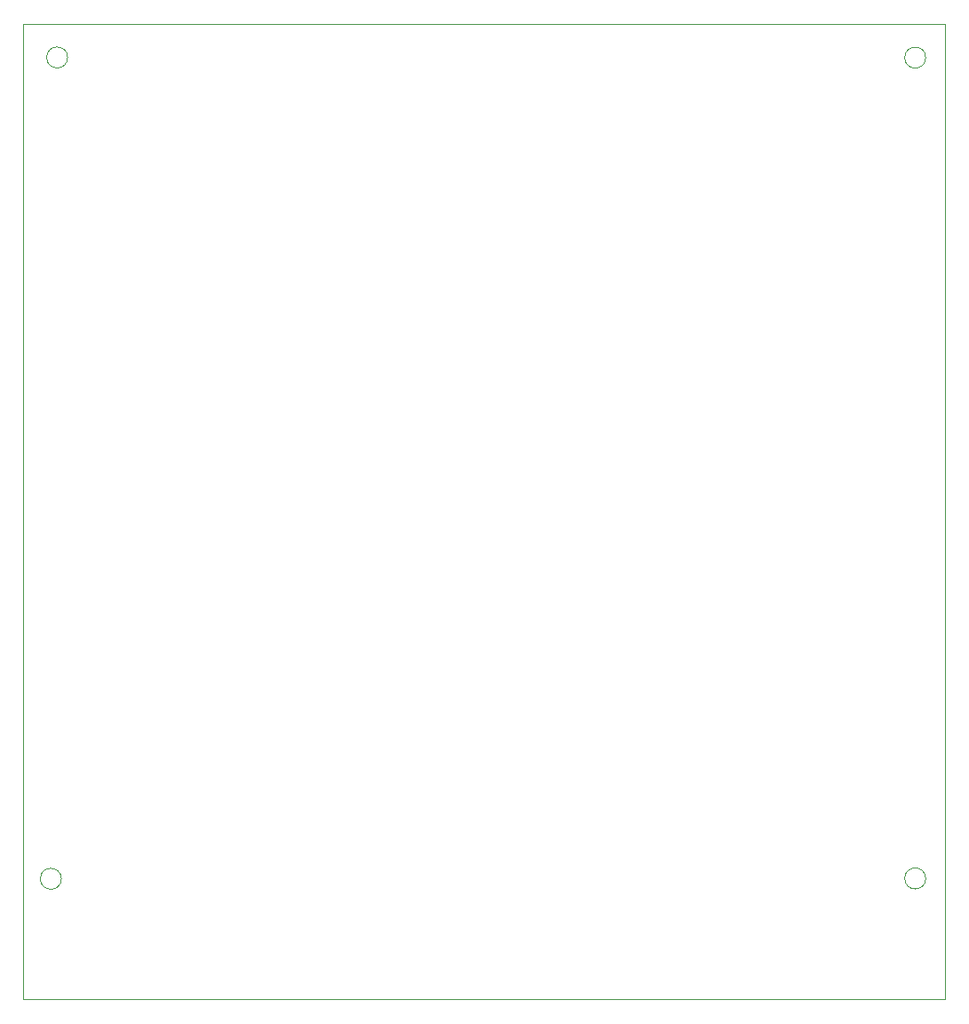
<source format=gbr>
%TF.GenerationSoftware,KiCad,Pcbnew,9.0.4*%
%TF.CreationDate,2025-11-10T11:11:46+05:30*%
%TF.ProjectId,BikeSSv3,42696b65-5353-4763-932e-6b696361645f,rev?*%
%TF.SameCoordinates,Original*%
%TF.FileFunction,Profile,NP*%
%FSLAX46Y46*%
G04 Gerber Fmt 4.6, Leading zero omitted, Abs format (unit mm)*
G04 Created by KiCad (PCBNEW 9.0.4) date 2025-11-10 11:11:46*
%MOMM*%
%LPD*%
G01*
G04 APERTURE LIST*
%TA.AperFunction,Profile*%
%ADD10C,0.050000*%
%TD*%
G04 APERTURE END LIST*
D10*
X276000000Y-151585786D02*
G75*
G02*
X274000000Y-151585786I-1000000J0D01*
G01*
X274000000Y-151585786D02*
G75*
G02*
X276000000Y-151585786I1000000J0D01*
G01*
X193600000Y-151614214D02*
G75*
G02*
X191600000Y-151614214I-1000000J0D01*
G01*
X191600000Y-151614214D02*
G75*
G02*
X193600000Y-151614214I1000000J0D01*
G01*
X189980000Y-70205000D02*
X277880000Y-70205000D01*
X277880000Y-163100000D01*
X189980000Y-163100000D01*
X189980000Y-70205000D01*
X276000000Y-73400000D02*
G75*
G02*
X274000000Y-73400000I-1000000J0D01*
G01*
X274000000Y-73400000D02*
G75*
G02*
X276000000Y-73400000I1000000J0D01*
G01*
X194200000Y-73385786D02*
G75*
G02*
X192200000Y-73385786I-1000000J0D01*
G01*
X192200000Y-73385786D02*
G75*
G02*
X194200000Y-73385786I1000000J0D01*
G01*
M02*

</source>
